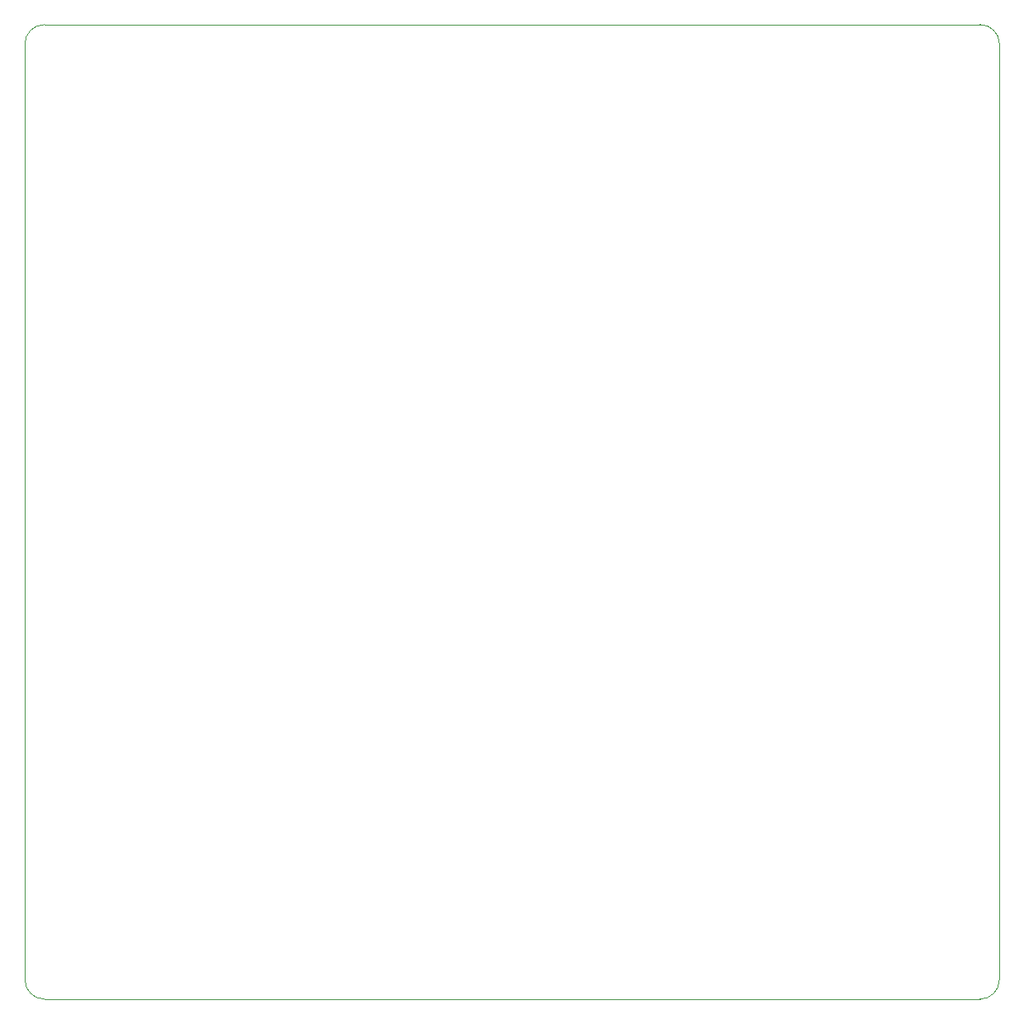
<source format=gbr>
%TF.GenerationSoftware,KiCad,Pcbnew,6.0.4+dfsg-1+b1*%
%TF.CreationDate,2022-10-04T23:39:52+01:00*%
%TF.ProjectId,led-driver,6c65642d-6472-4697-9665-722e6b696361,rev?*%
%TF.SameCoordinates,Original*%
%TF.FileFunction,Profile,NP*%
%FSLAX46Y46*%
G04 Gerber Fmt 4.6, Leading zero omitted, Abs format (unit mm)*
G04 Created by KiCad (PCBNEW 6.0.4+dfsg-1+b1) date 2022-10-04 23:39:52*
%MOMM*%
%LPD*%
G01*
G04 APERTURE LIST*
%TA.AperFunction,Profile*%
%ADD10C,0.100000*%
%TD*%
G04 APERTURE END LIST*
D10*
X97999967Y-99999967D02*
X1999967Y-99999967D01*
X97999967Y-99999967D02*
G75*
G03*
X99999967Y-97999967I33J1999967D01*
G01*
X1999967Y33D02*
X97999967Y33D01*
X-33Y-97999967D02*
X-33Y-1999967D01*
X1999967Y33D02*
G75*
G03*
X-33Y-1999967I33J-2000033D01*
G01*
X100000033Y-1999967D02*
G75*
G03*
X97999967Y33I-2000033J-33D01*
G01*
X99999967Y-1999967D02*
X99999967Y-97999967D01*
X-37Y-97999967D02*
G75*
G03*
X1999967Y-99999967I1999987J-13D01*
G01*
M02*

</source>
